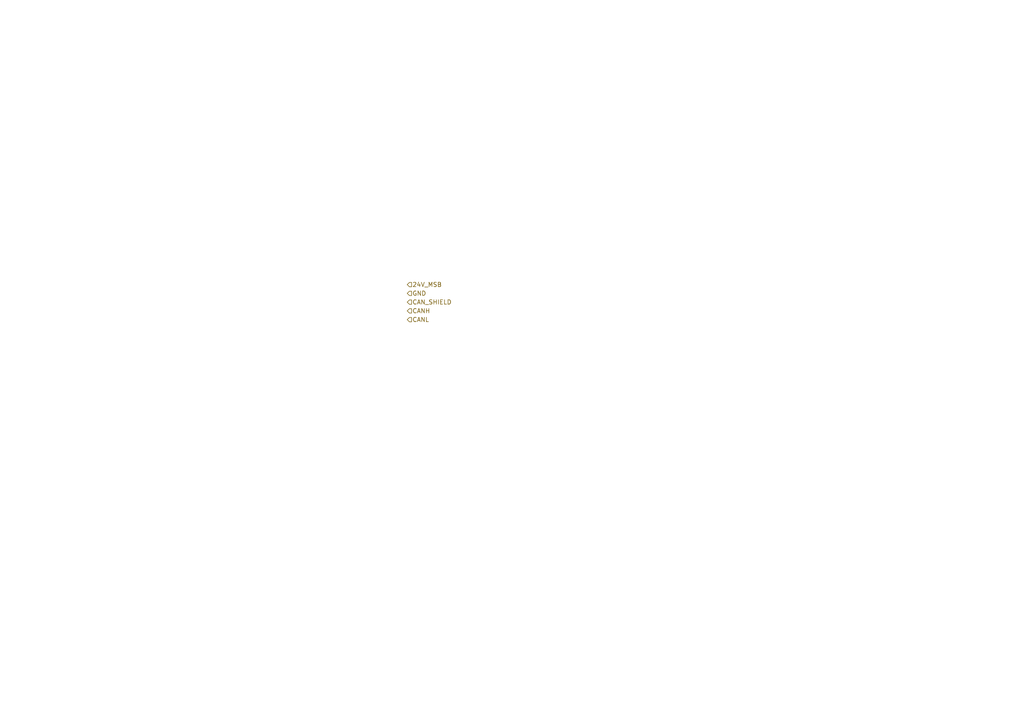
<source format=kicad_sch>
(kicad_sch (version 20230121) (generator eeschema)
  (paper "A4")
  (lib_symbols)
  (hierarchical_label "GND" (shape input) (at 118.11 85.09 0))
  (hierarchical_label "24V_MSB" (shape input) (at 118.11 82.55 0))
  (hierarchical_label "CANH" (shape input) (at 118.11 90.17 0))
  (hierarchical_label "CANL" (shape input) (at 118.11 92.71 0))
  (hierarchical_label "CAN_SHIELD" (shape input) (at 118.11 87.63 0))
)
</source>
